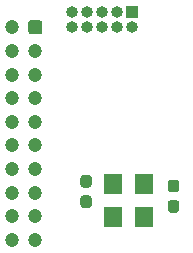
<source format=gbr>
%TF.GenerationSoftware,KiCad,Pcbnew,(5.1.7)-1*%
%TF.CreationDate,2020-11-11T21:59:56+01:00*%
%TF.ProjectId,rgb_ctrl_board,7267625f-6374-4726-9c5f-626f6172642e,rev?*%
%TF.SameCoordinates,Original*%
%TF.FileFunction,Soldermask,Bot*%
%TF.FilePolarity,Negative*%
%FSLAX46Y46*%
G04 Gerber Fmt 4.6, Leading zero omitted, Abs format (unit mm)*
G04 Created by KiCad (PCBNEW (5.1.7)-1) date 2020-11-11 21:59:56*
%MOMM*%
%LPD*%
G01*
G04 APERTURE LIST*
%ADD10O,1.000000X1.000000*%
%ADD11R,1.000000X1.000000*%
%ADD12R,1.540000X1.800000*%
%ADD13C,1.200000*%
G04 APERTURE END LIST*
D10*
%TO.C,J3*%
X117120000Y-110970000D03*
X117120000Y-109700000D03*
X118390000Y-110970000D03*
X118390000Y-109700000D03*
X119660000Y-110970000D03*
X119660000Y-109700000D03*
X120930000Y-110970000D03*
X120930000Y-109700000D03*
X122200000Y-110970000D03*
D11*
X122200000Y-109700000D03*
%TD*%
D12*
%TO.C,Y1*%
X120560000Y-127100000D03*
X123240000Y-127100000D03*
X123240000Y-124300000D03*
X120560000Y-124300000D03*
%TD*%
%TO.C,C16*%
G36*
G01*
X125937500Y-126700000D02*
X125462500Y-126700000D01*
G75*
G02*
X125225000Y-126462500I0J237500D01*
G01*
X125225000Y-125862500D01*
G75*
G02*
X125462500Y-125625000I237500J0D01*
G01*
X125937500Y-125625000D01*
G75*
G02*
X126175000Y-125862500I0J-237500D01*
G01*
X126175000Y-126462500D01*
G75*
G02*
X125937500Y-126700000I-237500J0D01*
G01*
G37*
G36*
G01*
X125937500Y-124975000D02*
X125462500Y-124975000D01*
G75*
G02*
X125225000Y-124737500I0J237500D01*
G01*
X125225000Y-124137500D01*
G75*
G02*
X125462500Y-123900000I237500J0D01*
G01*
X125937500Y-123900000D01*
G75*
G02*
X126175000Y-124137500I0J-237500D01*
G01*
X126175000Y-124737500D01*
G75*
G02*
X125937500Y-124975000I-237500J0D01*
G01*
G37*
%TD*%
%TO.C,C15*%
G36*
G01*
X118062500Y-123500000D02*
X118537500Y-123500000D01*
G75*
G02*
X118775000Y-123737500I0J-237500D01*
G01*
X118775000Y-124337500D01*
G75*
G02*
X118537500Y-124575000I-237500J0D01*
G01*
X118062500Y-124575000D01*
G75*
G02*
X117825000Y-124337500I0J237500D01*
G01*
X117825000Y-123737500D01*
G75*
G02*
X118062500Y-123500000I237500J0D01*
G01*
G37*
G36*
G01*
X118062500Y-125225000D02*
X118537500Y-125225000D01*
G75*
G02*
X118775000Y-125462500I0J-237500D01*
G01*
X118775000Y-126062500D01*
G75*
G02*
X118537500Y-126300000I-237500J0D01*
G01*
X118062500Y-126300000D01*
G75*
G02*
X117825000Y-126062500I0J237500D01*
G01*
X117825000Y-125462500D01*
G75*
G02*
X118062500Y-125225000I237500J0D01*
G01*
G37*
%TD*%
D13*
%TO.C,J1*%
X112000000Y-129000000D03*
X112000000Y-127000000D03*
X112000000Y-125000000D03*
X112000000Y-123000000D03*
X112000000Y-121000000D03*
X112000000Y-119000000D03*
X112000000Y-117000000D03*
X112000000Y-115000000D03*
X112000000Y-113000000D03*
X112000000Y-111000000D03*
X114000000Y-129000000D03*
X114000000Y-127000000D03*
X114000000Y-125000000D03*
X114000000Y-123000000D03*
X114000000Y-121000000D03*
X114000000Y-119000000D03*
X114000000Y-117000000D03*
X114000000Y-115000000D03*
X114000000Y-113000000D03*
G36*
G01*
X113649999Y-110400000D02*
X114350001Y-110400000D01*
G75*
G02*
X114600000Y-110649999I0J-249999D01*
G01*
X114600000Y-111350001D01*
G75*
G02*
X114350001Y-111600000I-249999J0D01*
G01*
X113649999Y-111600000D01*
G75*
G02*
X113400000Y-111350001I0J249999D01*
G01*
X113400000Y-110649999D01*
G75*
G02*
X113649999Y-110400000I249999J0D01*
G01*
G37*
%TD*%
M02*

</source>
